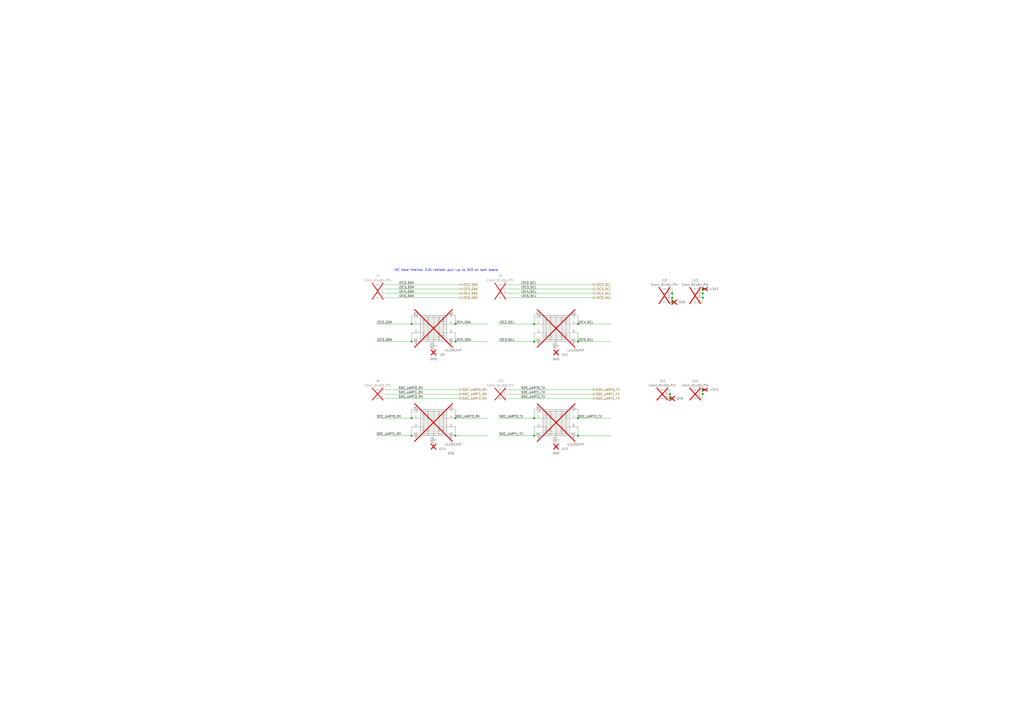
<source format=kicad_sch>
(kicad_sch
	(version 20231120)
	(generator "eeschema")
	(generator_version "8.0")
	(uuid "b979408b-7f58-457e-bb60-f62d55c26afe")
	(paper "A2")
	(title_block
		(title "Nano ITX Carrier for LattePanda Mu")
		(date "2024-09-01")
		(rev "V1.0.0")
		(comment 1 "20240901")
	)
	(lib_symbols
		(symbol "Connector:Conn_01x03_Pin"
			(pin_names
				(offset 1.016) hide)
			(exclude_from_sim no)
			(in_bom yes)
			(on_board yes)
			(property "Reference" "J"
				(at 0 5.08 0)
				(effects
					(font
						(size 1.27 1.27)
					)
				)
			)
			(property "Value" "Conn_01x03_Pin"
				(at 0 -5.08 0)
				(effects
					(font
						(size 1.27 1.27)
					)
				)
			)
			(property "Footprint" ""
				(at 0 0 0)
				(effects
					(font
						(size 1.27 1.27)
					)
					(hide yes)
				)
			)
			(property "Datasheet" "~"
				(at 0 0 0)
				(effects
					(font
						(size 1.27 1.27)
					)
					(hide yes)
				)
			)
			(property "Description" "Generic connector, single row, 01x03, script generated"
				(at 0 0 0)
				(effects
					(font
						(size 1.27 1.27)
					)
					(hide yes)
				)
			)
			(property "ki_locked" ""
				(at 0 0 0)
				(effects
					(font
						(size 1.27 1.27)
					)
				)
			)
			(property "ki_keywords" "connector"
				(at 0 0 0)
				(effects
					(font
						(size 1.27 1.27)
					)
					(hide yes)
				)
			)
			(property "ki_fp_filters" "Connector*:*_1x??_*"
				(at 0 0 0)
				(effects
					(font
						(size 1.27 1.27)
					)
					(hide yes)
				)
			)
			(symbol "Conn_01x03_Pin_1_1"
				(polyline
					(pts
						(xy 1.27 -2.54) (xy 0.8636 -2.54)
					)
					(stroke
						(width 0.1524)
						(type default)
					)
					(fill
						(type none)
					)
				)
				(polyline
					(pts
						(xy 1.27 0) (xy 0.8636 0)
					)
					(stroke
						(width 0.1524)
						(type default)
					)
					(fill
						(type none)
					)
				)
				(polyline
					(pts
						(xy 1.27 2.54) (xy 0.8636 2.54)
					)
					(stroke
						(width 0.1524)
						(type default)
					)
					(fill
						(type none)
					)
				)
				(rectangle
					(start 0.8636 -2.413)
					(end 0 -2.667)
					(stroke
						(width 0.1524)
						(type default)
					)
					(fill
						(type outline)
					)
				)
				(rectangle
					(start 0.8636 0.127)
					(end 0 -0.127)
					(stroke
						(width 0.1524)
						(type default)
					)
					(fill
						(type outline)
					)
				)
				(rectangle
					(start 0.8636 2.667)
					(end 0 2.413)
					(stroke
						(width 0.1524)
						(type default)
					)
					(fill
						(type outline)
					)
				)
				(pin passive line
					(at 5.08 2.54 180)
					(length 3.81)
					(name "Pin_1"
						(effects
							(font
								(size 1.27 1.27)
							)
						)
					)
					(number "1"
						(effects
							(font
								(size 1.27 1.27)
							)
						)
					)
				)
				(pin passive line
					(at 5.08 0 180)
					(length 3.81)
					(name "Pin_2"
						(effects
							(font
								(size 1.27 1.27)
							)
						)
					)
					(number "2"
						(effects
							(font
								(size 1.27 1.27)
							)
						)
					)
				)
				(pin passive line
					(at 5.08 -2.54 180)
					(length 3.81)
					(name "Pin_3"
						(effects
							(font
								(size 1.27 1.27)
							)
						)
					)
					(number "3"
						(effects
							(font
								(size 1.27 1.27)
							)
						)
					)
				)
			)
		)
		(symbol "Connector:Conn_01x04_Pin"
			(pin_names
				(offset 1.016) hide)
			(exclude_from_sim no)
			(in_bom yes)
			(on_board yes)
			(property "Reference" "J"
				(at 0 5.08 0)
				(effects
					(font
						(size 1.27 1.27)
					)
				)
			)
			(property "Value" "Conn_01x04_Pin"
				(at 0 -7.62 0)
				(effects
					(font
						(size 1.27 1.27)
					)
				)
			)
			(property "Footprint" ""
				(at 0 0 0)
				(effects
					(font
						(size 1.27 1.27)
					)
					(hide yes)
				)
			)
			(property "Datasheet" "~"
				(at 0 0 0)
				(effects
					(font
						(size 1.27 1.27)
					)
					(hide yes)
				)
			)
			(property "Description" "Generic connector, single row, 01x04, script generated"
				(at 0 0 0)
				(effects
					(font
						(size 1.27 1.27)
					)
					(hide yes)
				)
			)
			(property "ki_locked" ""
				(at 0 0 0)
				(effects
					(font
						(size 1.27 1.27)
					)
				)
			)
			(property "ki_keywords" "connector"
				(at 0 0 0)
				(effects
					(font
						(size 1.27 1.27)
					)
					(hide yes)
				)
			)
			(property "ki_fp_filters" "Connector*:*_1x??_*"
				(at 0 0 0)
				(effects
					(font
						(size 1.27 1.27)
					)
					(hide yes)
				)
			)
			(symbol "Conn_01x04_Pin_1_1"
				(polyline
					(pts
						(xy 1.27 -5.08) (xy 0.8636 -5.08)
					)
					(stroke
						(width 0.1524)
						(type default)
					)
					(fill
						(type none)
					)
				)
				(polyline
					(pts
						(xy 1.27 -2.54) (xy 0.8636 -2.54)
					)
					(stroke
						(width 0.1524)
						(type default)
					)
					(fill
						(type none)
					)
				)
				(polyline
					(pts
						(xy 1.27 0) (xy 0.8636 0)
					)
					(stroke
						(width 0.1524)
						(type default)
					)
					(fill
						(type none)
					)
				)
				(polyline
					(pts
						(xy 1.27 2.54) (xy 0.8636 2.54)
					)
					(stroke
						(width 0.1524)
						(type default)
					)
					(fill
						(type none)
					)
				)
				(rectangle
					(start 0.8636 -4.953)
					(end 0 -5.207)
					(stroke
						(width 0.1524)
						(type default)
					)
					(fill
						(type outline)
					)
				)
				(rectangle
					(start 0.8636 -2.413)
					(end 0 -2.667)
					(stroke
						(width 0.1524)
						(type default)
					)
					(fill
						(type outline)
					)
				)
				(rectangle
					(start 0.8636 0.127)
					(end 0 -0.127)
					(stroke
						(width 0.1524)
						(type default)
					)
					(fill
						(type outline)
					)
				)
				(rectangle
					(start 0.8636 2.667)
					(end 0 2.413)
					(stroke
						(width 0.1524)
						(type default)
					)
					(fill
						(type outline)
					)
				)
				(pin passive line
					(at 5.08 2.54 180)
					(length 3.81)
					(name "Pin_1"
						(effects
							(font
								(size 1.27 1.27)
							)
						)
					)
					(number "1"
						(effects
							(font
								(size 1.27 1.27)
							)
						)
					)
				)
				(pin passive line
					(at 5.08 0 180)
					(length 3.81)
					(name "Pin_2"
						(effects
							(font
								(size 1.27 1.27)
							)
						)
					)
					(number "2"
						(effects
							(font
								(size 1.27 1.27)
							)
						)
					)
				)
				(pin passive line
					(at 5.08 -2.54 180)
					(length 3.81)
					(name "Pin_3"
						(effects
							(font
								(size 1.27 1.27)
							)
						)
					)
					(number "3"
						(effects
							(font
								(size 1.27 1.27)
							)
						)
					)
				)
				(pin passive line
					(at 5.08 -5.08 180)
					(length 3.81)
					(name "Pin_4"
						(effects
							(font
								(size 1.27 1.27)
							)
						)
					)
					(number "4"
						(effects
							(font
								(size 1.27 1.27)
							)
						)
					)
				)
			)
		)
		(symbol "Power_Protection:D3V3XA4B10LP"
			(pin_names
				(offset 0)
			)
			(exclude_from_sim no)
			(in_bom yes)
			(on_board yes)
			(property "Reference" "U"
				(at -0.635 8.89 0)
				(effects
					(font
						(size 1.27 1.27)
					)
				)
			)
			(property "Value" "D3V3XA4B10LP"
				(at 8.89 -10.16 0)
				(effects
					(font
						(size 1.27 1.27)
					)
				)
			)
			(property "Footprint" "Package_DFN_QFN:Diodes_UDFN-10_1.0x2.5mm_P0.5mm"
				(at -24.13 -10.16 0)
				(effects
					(font
						(size 1.27 1.27)
					)
					(hide yes)
				)
			)
			(property "Datasheet" "https://www.diodes.com/assets/Datasheets/D3V3XA4B10LP.pdf"
				(at 0 0 0)
				(effects
					(font
						(size 1.27 1.27)
					)
					(hide yes)
				)
			)
			(property "Description" "4-Channel Low Capacitance TVS Diode Array, DFN-10"
				(at 0 0 0)
				(effects
					(font
						(size 1.27 1.27)
					)
					(hide yes)
				)
			)
			(property "ki_keywords" "ESD protection TVS"
				(at 0 0 0)
				(effects
					(font
						(size 1.27 1.27)
					)
					(hide yes)
				)
			)
			(property "ki_fp_filters" "Diodes*UDFN*1.0x2.5mm*P0.5mm*"
				(at 0 0 0)
				(effects
					(font
						(size 1.27 1.27)
					)
					(hide yes)
				)
			)
			(symbol "D3V3XA4B10LP_0_0"
				(rectangle
					(start -5.715 6.477)
					(end 5.715 -6.604)
					(stroke
						(width 0)
						(type default)
					)
					(fill
						(type none)
					)
				)
				(polyline
					(pts
						(xy -3.175 -6.604) (xy -3.175 6.477)
					)
					(stroke
						(width 0)
						(type default)
					)
					(fill
						(type none)
					)
				)
				(polyline
					(pts
						(xy 0.127 6.477) (xy 0.127 -6.604)
					)
					(stroke
						(width 0)
						(type default)
					)
					(fill
						(type none)
					)
				)
				(polyline
					(pts
						(xy 3.175 6.477) (xy 3.175 -6.604)
					)
					(stroke
						(width 0)
						(type default)
					)
					(fill
						(type none)
					)
				)
			)
			(symbol "D3V3XA4B10LP_0_1"
				(rectangle
					(start -7.62 7.62)
					(end 7.62 -7.62)
					(stroke
						(width 0.254)
						(type default)
					)
					(fill
						(type background)
					)
				)
				(circle
					(center -5.715 -2.54)
					(radius 0.2794)
					(stroke
						(width 0)
						(type default)
					)
					(fill
						(type outline)
					)
				)
				(circle
					(center -3.175 -6.604)
					(radius 0.2794)
					(stroke
						(width 0)
						(type default)
					)
					(fill
						(type outline)
					)
				)
				(circle
					(center -3.175 2.54)
					(radius 0.2794)
					(stroke
						(width 0)
						(type default)
					)
					(fill
						(type outline)
					)
				)
				(circle
					(center -3.175 6.477)
					(radius 0.2794)
					(stroke
						(width 0)
						(type default)
					)
					(fill
						(type outline)
					)
				)
				(circle
					(center 0 -6.604)
					(radius 0.2794)
					(stroke
						(width 0)
						(type default)
					)
					(fill
						(type outline)
					)
				)
				(polyline
					(pts
						(xy -7.747 2.54) (xy -3.175 2.54)
					)
					(stroke
						(width 0)
						(type default)
					)
					(fill
						(type none)
					)
				)
				(polyline
					(pts
						(xy -7.62 -2.54) (xy -5.715 -2.54)
					)
					(stroke
						(width 0)
						(type default)
					)
					(fill
						(type none)
					)
				)
				(polyline
					(pts
						(xy -5.08 -3.81) (xy -6.35 -3.81)
					)
					(stroke
						(width 0)
						(type default)
					)
					(fill
						(type none)
					)
				)
				(polyline
					(pts
						(xy -5.08 5.08) (xy -6.35 5.08)
					)
					(stroke
						(width 0)
						(type default)
					)
					(fill
						(type none)
					)
				)
				(polyline
					(pts
						(xy -2.54 -3.81) (xy -3.81 -3.81)
					)
					(stroke
						(width 0)
						(type default)
					)
					(fill
						(type none)
					)
				)
				(polyline
					(pts
						(xy -2.54 5.08) (xy -3.81 5.08)
					)
					(stroke
						(width 0)
						(type default)
					)
					(fill
						(type none)
					)
				)
				(polyline
					(pts
						(xy -0.508 0.889) (xy -0.889 0.635)
					)
					(stroke
						(width 0)
						(type default)
					)
					(fill
						(type none)
					)
				)
				(polyline
					(pts
						(xy 0 -6.604) (xy 0 -7.62)
					)
					(stroke
						(width 0)
						(type default)
					)
					(fill
						(type none)
					)
				)
				(polyline
					(pts
						(xy 0.762 0.889) (xy -0.508 0.889)
					)
					(stroke
						(width 0)
						(type default)
					)
					(fill
						(type none)
					)
				)
				(polyline
					(pts
						(xy 0.762 0.889) (xy 1.143 1.143)
					)
					(stroke
						(width 0)
						(type default)
					)
					(fill
						(type none)
					)
				)
				(polyline
					(pts
						(xy 3.81 -3.81) (xy 2.54 -3.81)
					)
					(stroke
						(width 0)
						(type default)
					)
					(fill
						(type none)
					)
				)
				(polyline
					(pts
						(xy 3.81 5.08) (xy 2.54 5.08)
					)
					(stroke
						(width 0)
						(type default)
					)
					(fill
						(type none)
					)
				)
				(polyline
					(pts
						(xy 6.35 -3.81) (xy 5.08 -3.81)
					)
					(stroke
						(width 0)
						(type default)
					)
					(fill
						(type none)
					)
				)
				(polyline
					(pts
						(xy 6.35 5.08) (xy 5.08 5.08)
					)
					(stroke
						(width 0)
						(type default)
					)
					(fill
						(type none)
					)
				)
				(polyline
					(pts
						(xy 7.62 -2.54) (xy 3.175 -2.54)
					)
					(stroke
						(width 0)
						(type default)
					)
					(fill
						(type none)
					)
				)
				(polyline
					(pts
						(xy 7.62 2.54) (xy 5.715 2.54)
					)
					(stroke
						(width 0)
						(type default)
					)
					(fill
						(type none)
					)
				)
				(polyline
					(pts
						(xy -5.08 -5.08) (xy -6.35 -5.08) (xy -5.715 -3.81) (xy -5.08 -5.08)
					)
					(stroke
						(width 0)
						(type default)
					)
					(fill
						(type none)
					)
				)
				(polyline
					(pts
						(xy -5.08 3.81) (xy -6.35 3.81) (xy -5.715 5.08) (xy -5.08 3.81)
					)
					(stroke
						(width 0)
						(type default)
					)
					(fill
						(type none)
					)
				)
				(polyline
					(pts
						(xy -2.54 -5.08) (xy -3.81 -5.08) (xy -3.175 -3.81) (xy -2.54 -5.08)
					)
					(stroke
						(width 0)
						(type default)
					)
					(fill
						(type none)
					)
				)
				(polyline
					(pts
						(xy -2.54 3.81) (xy -3.81 3.81) (xy -3.175 5.08) (xy -2.54 3.81)
					)
					(stroke
						(width 0)
						(type default)
					)
					(fill
						(type none)
					)
				)
				(polyline
					(pts
						(xy 0.762 -0.381) (xy -0.508 -0.381) (xy 0.127 0.889) (xy 0.762 -0.381)
					)
					(stroke
						(width 0)
						(type default)
					)
					(fill
						(type none)
					)
				)
				(polyline
					(pts
						(xy 3.81 -5.08) (xy 2.54 -5.08) (xy 3.175 -3.81) (xy 3.81 -5.08)
					)
					(stroke
						(width 0)
						(type default)
					)
					(fill
						(type none)
					)
				)
				(polyline
					(pts
						(xy 3.81 3.81) (xy 2.54 3.81) (xy 3.175 5.08) (xy 3.81 3.81)
					)
					(stroke
						(width 0)
						(type default)
					)
					(fill
						(type none)
					)
				)
				(polyline
					(pts
						(xy 6.35 -5.08) (xy 5.08 -5.08) (xy 5.715 -3.81) (xy 6.35 -5.08)
					)
					(stroke
						(width 0)
						(type default)
					)
					(fill
						(type none)
					)
				)
				(polyline
					(pts
						(xy 6.35 3.81) (xy 5.08 3.81) (xy 5.715 5.08) (xy 6.35 3.81)
					)
					(stroke
						(width 0)
						(type default)
					)
					(fill
						(type none)
					)
				)
				(circle
					(center 0 6.477)
					(radius 0.2794)
					(stroke
						(width 0)
						(type default)
					)
					(fill
						(type outline)
					)
				)
				(circle
					(center 3.175 -6.604)
					(radius 0.2794)
					(stroke
						(width 0)
						(type default)
					)
					(fill
						(type outline)
					)
				)
				(circle
					(center 3.175 -2.54)
					(radius 0.2794)
					(stroke
						(width 0)
						(type default)
					)
					(fill
						(type outline)
					)
				)
				(circle
					(center 3.175 6.477)
					(radius 0.2794)
					(stroke
						(width 0)
						(type default)
					)
					(fill
						(type outline)
					)
				)
				(circle
					(center 5.715 2.54)
					(radius 0.2794)
					(stroke
						(width 0)
						(type default)
					)
					(fill
						(type outline)
					)
				)
			)
			(symbol "D3V3XA4B10LP_1_1"
				(pin passive line
					(at -12.7 2.54 0)
					(length 5.08)
					(name "~"
						(effects
							(font
								(size 1.27 1.27)
							)
						)
					)
					(number "1"
						(effects
							(font
								(size 1.27 1.27)
							)
						)
					)
				)
				(pin free line
					(at -12.7 7.62 0)
					(length 5.08)
					(name "NC"
						(effects
							(font
								(size 1.27 1.27)
							)
						)
					)
					(number "10"
						(effects
							(font
								(size 1.27 1.27)
							)
						)
					)
				)
				(pin passive line
					(at -12.7 -2.54 0)
					(length 5.08)
					(name "~"
						(effects
							(font
								(size 1.27 1.27)
							)
						)
					)
					(number "2"
						(effects
							(font
								(size 1.27 1.27)
							)
						)
					)
				)
				(pin power_in line
					(at 0 -12.7 90)
					(length 5.08)
					(name "VSS"
						(effects
							(font
								(size 1.27 1.27)
							)
						)
					)
					(number "3"
						(effects
							(font
								(size 1.27 1.27)
							)
						)
					)
				)
				(pin passive line
					(at 12.7 2.54 180)
					(length 5.08)
					(name "~"
						(effects
							(font
								(size 1.27 1.27)
							)
						)
					)
					(number "4"
						(effects
							(font
								(size 1.27 1.27)
							)
						)
					)
				)
				(pin passive line
					(at 12.7 -2.54 180)
					(length 5.08)
					(name "~"
						(effects
							(font
								(size 1.27 1.27)
							)
						)
					)
					(number "5"
						(effects
							(font
								(size 1.27 1.27)
							)
						)
					)
				)
				(pin free line
					(at 12.7 -7.62 180)
					(length 5.08)
					(name "NC"
						(effects
							(font
								(size 1.27 1.27)
							)
						)
					)
					(number "6"
						(effects
							(font
								(size 1.27 1.27)
							)
						)
					)
				)
				(pin free line
					(at 12.7 7.62 180)
					(length 5.08)
					(name "NC"
						(effects
							(font
								(size 1.27 1.27)
							)
						)
					)
					(number "7"
						(effects
							(font
								(size 1.27 1.27)
							)
						)
					)
				)
				(pin passive line
					(at 0 -12.7 90)
					(length 5.08) hide
					(name "VSS"
						(effects
							(font
								(size 1.27 1.27)
							)
						)
					)
					(number "8"
						(effects
							(font
								(size 1.27 1.27)
							)
						)
					)
				)
				(pin free line
					(at -12.7 -7.62 0)
					(length 5.08)
					(name "NC"
						(effects
							(font
								(size 1.27 1.27)
							)
						)
					)
					(number "9"
						(effects
							(font
								(size 1.27 1.27)
							)
						)
					)
				)
			)
		)
		(symbol "power:+3V3"
			(power)
			(pin_numbers hide)
			(pin_names
				(offset 0) hide)
			(exclude_from_sim no)
			(in_bom yes)
			(on_board yes)
			(property "Reference" "#PWR"
				(at 0 -3.81 0)
				(effects
					(font
						(size 1.27 1.27)
					)
					(hide yes)
				)
			)
			(property "Value" "+3V3"
				(at 0 3.556 0)
				(effects
					(font
						(size 1.27 1.27)
					)
				)
			)
			(property "Footprint" ""
				(at 0 0 0)
				(effects
					(font
						(size 1.27 1.27)
					)
					(hide yes)
				)
			)
			(property "Datasheet" ""
				(at 0 0 0)
				(effects
					(font
						(size 1.27 1.27)
					)
					(hide yes)
				)
			)
			(property "Description" "Power symbol creates a global label with name \"+3V3\""
				(at 0 0 0)
				(effects
					(font
						(size 1.27 1.27)
					)
					(hide yes)
				)
			)
			(property "ki_keywords" "global power"
				(at 0 0 0)
				(effects
					(font
						(size 1.27 1.27)
					)
					(hide yes)
				)
			)
			(symbol "+3V3_0_1"
				(polyline
					(pts
						(xy -0.762 1.27) (xy 0 2.54)
					)
					(stroke
						(width 0)
						(type default)
					)
					(fill
						(type none)
					)
				)
				(polyline
					(pts
						(xy 0 0) (xy 0 2.54)
					)
					(stroke
						(width 0)
						(type default)
					)
					(fill
						(type none)
					)
				)
				(polyline
					(pts
						(xy 0 2.54) (xy 0.762 1.27)
					)
					(stroke
						(width 0)
						(type default)
					)
					(fill
						(type none)
					)
				)
			)
			(symbol "+3V3_1_1"
				(pin power_in line
					(at 0 0 90)
					(length 0)
					(name "~"
						(effects
							(font
								(size 1.27 1.27)
							)
						)
					)
					(number "1"
						(effects
							(font
								(size 1.27 1.27)
							)
						)
					)
				)
			)
		)
		(symbol "power:GND"
			(power)
			(pin_numbers hide)
			(pin_names
				(offset 0) hide)
			(exclude_from_sim no)
			(in_bom yes)
			(on_board yes)
			(property "Reference" "#PWR"
				(at 0 -6.35 0)
				(effects
					(font
						(size 1.27 1.27)
					)
					(hide yes)
				)
			)
			(property "Value" "GND"
				(at 0 -3.81 0)
				(effects
					(font
						(size 1.27 1.27)
					)
				)
			)
			(property "Footprint" ""
				(at 0 0 0)
				(effects
					(font
						(size 1.27 1.27)
					)
					(hide yes)
				)
			)
			(property "Datasheet" ""
				(at 0 0 0)
				(effects
					(font
						(size 1.27 1.27)
					)
					(hide yes)
				)
			)
			(property "Description" "Power symbol creates a global label with name \"GND\" , ground"
				(at 0 0 0)
				(effects
					(font
						(size 1.27 1.27)
					)
					(hide yes)
				)
			)
			(property "ki_keywords" "global power"
				(at 0 0 0)
				(effects
					(font
						(size 1.27 1.27)
					)
					(hide yes)
				)
			)
			(symbol "GND_0_1"
				(polyline
					(pts
						(xy 0 0) (xy 0 -1.27) (xy 1.27 -1.27) (xy 0 -2.54) (xy -1.27 -1.27) (xy 0 -1.27)
					)
					(stroke
						(width 0)
						(type default)
					)
					(fill
						(type none)
					)
				)
			)
			(symbol "GND_1_1"
				(pin power_in line
					(at 0 0 270)
					(length 0)
					(name "~"
						(effects
							(font
								(size 1.27 1.27)
							)
						)
					)
					(number "1"
						(effects
							(font
								(size 1.27 1.27)
							)
						)
					)
				)
			)
		)
	)
	(junction
		(at 264.16 242.57)
		(diameter 0)
		(color 0 0 0 0)
		(uuid "19217218-dafc-48ef-b3c4-008cba6e950e")
	)
	(junction
		(at 389.89 175.26)
		(diameter 0)
		(color 0 0 0 0)
		(uuid "22ffc690-c5c5-4de1-a8bd-48d262970369")
	)
	(junction
		(at 389.89 172.72)
		(diameter 0)
		(color 0 0 0 0)
		(uuid "250bc96a-9552-4e31-9036-35a781bb5024")
	)
	(junction
		(at 238.76 242.57)
		(diameter 0)
		(color 0 0 0 0)
		(uuid "342fefb3-d1e7-41f4-a8f9-828507c4a0b5")
	)
	(junction
		(at 309.88 252.73)
		(diameter 0)
		(color 0 0 0 0)
		(uuid "41f5b308-bab2-4775-bcdc-465ddf825a60")
	)
	(junction
		(at 407.67 172.72)
		(diameter 0)
		(color 0 0 0 0)
		(uuid "43e8d4de-a8db-4ca9-be96-6f3e9c00225d")
	)
	(junction
		(at 309.88 242.57)
		(diameter 0)
		(color 0 0 0 0)
		(uuid "68d64812-f0ac-4db5-b69c-9f6b139dc475")
	)
	(junction
		(at 238.76 198.12)
		(diameter 0)
		(color 0 0 0 0)
		(uuid "6f2810cd-fc8d-43f5-9c03-502d2611fd17")
	)
	(junction
		(at 388.62 231.14)
		(diameter 0)
		(color 0 0 0 0)
		(uuid "6fd821cf-14c4-4b3e-b787-adc656c5341f")
	)
	(junction
		(at 264.16 252.73)
		(diameter 0)
		(color 0 0 0 0)
		(uuid "783249bc-8ee1-496d-9fe5-01084684be95")
	)
	(junction
		(at 407.67 228.6)
		(diameter 0)
		(color 0 0 0 0)
		(uuid "8dc4c359-3776-435d-9ae4-33d9fa82a4d6")
	)
	(junction
		(at 264.16 187.96)
		(diameter 0)
		(color 0 0 0 0)
		(uuid "999e2190-95db-4a4a-b548-d5efafe8eb17")
	)
	(junction
		(at 309.88 187.96)
		(diameter 0)
		(color 0 0 0 0)
		(uuid "9ab0c338-fffe-412f-b368-ddacedf05c31")
	)
	(junction
		(at 407.67 167.64)
		(diameter 0)
		(color 0 0 0 0)
		(uuid "9b151de1-1303-40af-bdae-c4362c388609")
	)
	(junction
		(at 335.28 187.96)
		(diameter 0)
		(color 0 0 0 0)
		(uuid "9caa1403-b980-469d-aeae-d0e67857c902")
	)
	(junction
		(at 407.67 226.06)
		(diameter 0)
		(color 0 0 0 0)
		(uuid "a4163348-4180-499a-afaa-3815b83e3bf4")
	)
	(junction
		(at 335.28 198.12)
		(diameter 0)
		(color 0 0 0 0)
		(uuid "b873675b-cf80-4f36-a000-350854887e94")
	)
	(junction
		(at 388.62 228.6)
		(diameter 0)
		(color 0 0 0 0)
		(uuid "de6e1431-db65-4adb-a70e-a8b93c353ca9")
	)
	(junction
		(at 335.28 242.57)
		(diameter 0)
		(color 0 0 0 0)
		(uuid "e6e06ed5-64bd-4db0-b8dc-b3689536c804")
	)
	(junction
		(at 389.89 170.18)
		(diameter 0)
		(color 0 0 0 0)
		(uuid "e8a9f7c1-c6b7-4392-a0b1-6862d0316f2c")
	)
	(junction
		(at 264.16 198.12)
		(diameter 0)
		(color 0 0 0 0)
		(uuid "e9c7ffd0-453a-4aa8-b154-b7495b12eab2")
	)
	(junction
		(at 309.88 198.12)
		(diameter 0)
		(color 0 0 0 0)
		(uuid "ea4ed8dd-aa35-4583-b81a-8c7de43ddad7")
	)
	(junction
		(at 407.67 170.18)
		(diameter 0)
		(color 0 0 0 0)
		(uuid "ecf28ce0-92ab-4e44-856a-ecf8acda693f")
	)
	(junction
		(at 238.76 187.96)
		(diameter 0)
		(color 0 0 0 0)
		(uuid "ee284916-f6e5-4742-a33a-90e837c4a75e")
	)
	(junction
		(at 238.76 252.73)
		(diameter 0)
		(color 0 0 0 0)
		(uuid "f211e058-7633-4bd7-8329-4e57d1b5c313")
	)
	(junction
		(at 335.28 252.73)
		(diameter 0)
		(color 0 0 0 0)
		(uuid "f795646d-3001-4270-a322-9a4cb0a19533")
	)
	(wire
		(pts
			(xy 389.89 170.18) (xy 389.89 172.72)
		)
		(stroke
			(width 0)
			(type default)
		)
		(uuid "00d76760-47b6-4830-bd0c-0c5981135700")
	)
	(wire
		(pts
			(xy 264.16 237.49) (xy 264.16 242.57)
		)
		(stroke
			(width 0)
			(type default)
		)
		(uuid "01be093a-9d80-4634-a902-f0035ba2ffc8")
	)
	(wire
		(pts
			(xy 407.67 172.72) (xy 407.67 175.26)
		)
		(stroke
			(width 0)
			(type default)
		)
		(uuid "0294de15-ee26-4ba5-8bed-46880ea2d112")
	)
	(wire
		(pts
			(xy 335.28 187.96) (xy 354.33 187.96)
		)
		(stroke
			(width 0)
			(type default)
		)
		(uuid "074fded9-6fab-4610-a89c-7a6b1680f276")
	)
	(wire
		(pts
			(xy 389.89 172.72) (xy 389.89 175.26)
		)
		(stroke
			(width 0)
			(type default)
		)
		(uuid "0802eb85-c2da-4a62-a757-caccdde7524f")
	)
	(wire
		(pts
			(xy 218.44 187.96) (xy 238.76 187.96)
		)
		(stroke
			(width 0)
			(type default)
		)
		(uuid "0a08cd63-2aee-4630-ac9a-475c2360ad19")
	)
	(wire
		(pts
			(xy 309.88 193.04) (xy 309.88 198.12)
		)
		(stroke
			(width 0)
			(type default)
		)
		(uuid "0e89ea44-0a96-4a0f-b066-3d6d397ffff2")
	)
	(wire
		(pts
			(xy 264.16 198.12) (xy 283.21 198.12)
		)
		(stroke
			(width 0)
			(type default)
		)
		(uuid "0f18e786-3448-45b3-8f04-4770a8e95448")
	)
	(wire
		(pts
			(xy 407.67 167.64) (xy 407.67 170.18)
		)
		(stroke
			(width 0)
			(type default)
		)
		(uuid "169ba7a0-4e57-4c13-9703-a9ab98b84f90")
	)
	(wire
		(pts
			(xy 264.16 193.04) (xy 264.16 198.12)
		)
		(stroke
			(width 0)
			(type default)
		)
		(uuid "19902883-a4c3-4a55-881a-9161f6bdfd84")
	)
	(wire
		(pts
			(xy 388.62 228.6) (xy 388.62 226.06)
		)
		(stroke
			(width 0)
			(type default)
		)
		(uuid "1a76ec3a-1a9b-4cd6-a43b-13c814769104")
	)
	(wire
		(pts
			(xy 407.67 226.06) (xy 407.67 228.6)
		)
		(stroke
			(width 0)
			(type default)
		)
		(uuid "21ec7151-7233-427e-9af5-2a61eed47130")
	)
	(wire
		(pts
			(xy 344.17 172.72) (xy 294.64 172.72)
		)
		(stroke
			(width 0)
			(type default)
		)
		(uuid "2986c8c5-1764-4afe-bd36-c71cd542b3aa")
	)
	(wire
		(pts
			(xy 264.16 247.65) (xy 264.16 252.73)
		)
		(stroke
			(width 0)
			(type default)
		)
		(uuid "309650ad-a8a8-4179-89ab-6c410421d18b")
	)
	(wire
		(pts
			(xy 223.52 226.06) (xy 266.7 226.06)
		)
		(stroke
			(width 0)
			(type default)
		)
		(uuid "32f0c088-5bda-43f1-ab78-5c0d5e878b18")
	)
	(wire
		(pts
			(xy 289.56 242.57) (xy 309.88 242.57)
		)
		(stroke
			(width 0)
			(type default)
		)
		(uuid "3458cb8a-74d0-4a59-8b1b-5fbf82f002f9")
	)
	(wire
		(pts
			(xy 335.28 242.57) (xy 354.33 242.57)
		)
		(stroke
			(width 0)
			(type default)
		)
		(uuid "36bce176-97c6-414e-8a40-cea8ebdd59d8")
	)
	(wire
		(pts
			(xy 335.28 193.04) (xy 335.28 198.12)
		)
		(stroke
			(width 0)
			(type default)
		)
		(uuid "3ecbecf0-ae0c-4470-811b-6a15352f176f")
	)
	(wire
		(pts
			(xy 344.17 165.1) (xy 294.64 165.1)
		)
		(stroke
			(width 0)
			(type default)
		)
		(uuid "4018442c-eb06-42e8-89ab-abf0b43b07f4")
	)
	(wire
		(pts
			(xy 344.17 170.18) (xy 294.64 170.18)
		)
		(stroke
			(width 0)
			(type default)
		)
		(uuid "426b5e99-a258-4489-b86b-6bcc9f869ec5")
	)
	(wire
		(pts
			(xy 344.17 167.64) (xy 294.64 167.64)
		)
		(stroke
			(width 0)
			(type default)
		)
		(uuid "47a0a533-96a3-4c76-b416-486d9cb83c97")
	)
	(wire
		(pts
			(xy 294.64 231.14) (xy 344.17 231.14)
		)
		(stroke
			(width 0)
			(type default)
		)
		(uuid "48640a57-a7c2-465a-8837-262fb83249cc")
	)
	(wire
		(pts
			(xy 264.16 252.73) (xy 283.21 252.73)
		)
		(stroke
			(width 0)
			(type default)
		)
		(uuid "4ad0fd8b-b38e-420e-8815-a51a168d1fff")
	)
	(wire
		(pts
			(xy 389.89 167.64) (xy 389.89 170.18)
		)
		(stroke
			(width 0)
			(type default)
		)
		(uuid "510539ef-c7a0-493f-96ce-1e6e6b421bea")
	)
	(wire
		(pts
			(xy 223.52 167.64) (xy 266.7 167.64)
		)
		(stroke
			(width 0)
			(type default)
		)
		(uuid "57c16f9f-7396-4332-9aeb-1a6a6eafba8f")
	)
	(wire
		(pts
			(xy 407.67 170.18) (xy 407.67 172.72)
		)
		(stroke
			(width 0)
			(type default)
		)
		(uuid "5b9b13f3-67b7-4ef0-b871-a3a4e7e1526e")
	)
	(wire
		(pts
			(xy 264.16 182.88) (xy 264.16 187.96)
		)
		(stroke
			(width 0)
			(type default)
		)
		(uuid "5e64e3f4-3adf-46ce-b09a-365217d50936")
	)
	(wire
		(pts
			(xy 218.44 242.57) (xy 238.76 242.57)
		)
		(stroke
			(width 0)
			(type default)
		)
		(uuid "5f6d4b8f-e77b-4238-9807-86da2ba22b79")
	)
	(wire
		(pts
			(xy 294.64 226.06) (xy 344.17 226.06)
		)
		(stroke
			(width 0)
			(type default)
		)
		(uuid "60bec759-0886-4303-943b-e836db8b22aa")
	)
	(wire
		(pts
			(xy 289.56 187.96) (xy 309.88 187.96)
		)
		(stroke
			(width 0)
			(type default)
		)
		(uuid "645fbdf3-996b-4559-9350-2c7810adfd8b")
	)
	(wire
		(pts
			(xy 223.52 170.18) (xy 266.7 170.18)
		)
		(stroke
			(width 0)
			(type default)
		)
		(uuid "6f568828-1680-4aee-a7e4-1b29ccec110c")
	)
	(wire
		(pts
			(xy 335.28 182.88) (xy 335.28 187.96)
		)
		(stroke
			(width 0)
			(type default)
		)
		(uuid "71ad11fb-a38b-4067-9b20-9fdf59deee42")
	)
	(wire
		(pts
			(xy 309.88 237.49) (xy 309.88 242.57)
		)
		(stroke
			(width 0)
			(type default)
		)
		(uuid "721c83a0-8413-4cf3-8dbc-1697f59a7c6b")
	)
	(wire
		(pts
			(xy 264.16 187.96) (xy 283.21 187.96)
		)
		(stroke
			(width 0)
			(type default)
		)
		(uuid "73699f3f-bf9e-45ce-8e8a-dc658e77393d")
	)
	(wire
		(pts
			(xy 218.44 198.12) (xy 238.76 198.12)
		)
		(stroke
			(width 0)
			(type default)
		)
		(uuid "74c1ac8a-2996-41d8-ba9b-13123972f41e")
	)
	(wire
		(pts
			(xy 266.7 228.6) (xy 223.52 228.6)
		)
		(stroke
			(width 0)
			(type default)
		)
		(uuid "8d05ce8e-5928-4dbf-95e1-62e91702f460")
	)
	(wire
		(pts
			(xy 238.76 237.49) (xy 238.76 242.57)
		)
		(stroke
			(width 0)
			(type default)
		)
		(uuid "8d3c76f0-4696-4b91-a8ce-61d0adbefcfa")
	)
	(wire
		(pts
			(xy 238.76 247.65) (xy 238.76 252.73)
		)
		(stroke
			(width 0)
			(type default)
		)
		(uuid "922bfc64-adef-4d4f-b019-cc7a246e8f9c")
	)
	(wire
		(pts
			(xy 335.28 237.49) (xy 335.28 242.57)
		)
		(stroke
			(width 0)
			(type default)
		)
		(uuid "934d65a2-be95-4e23-921f-f266086deb18")
	)
	(wire
		(pts
			(xy 218.44 252.73) (xy 238.76 252.73)
		)
		(stroke
			(width 0)
			(type default)
		)
		(uuid "a08b0b61-ae9d-4f1f-8161-5c8359391c41")
	)
	(wire
		(pts
			(xy 238.76 182.88) (xy 238.76 187.96)
		)
		(stroke
			(width 0)
			(type default)
		)
		(uuid "a26bba0e-0eae-4816-a00e-5b27633355b1")
	)
	(wire
		(pts
			(xy 294.64 228.6) (xy 344.17 228.6)
		)
		(stroke
			(width 0)
			(type default)
		)
		(uuid "a7e9d2e0-718b-46ff-9f32-0eaae7d025a2")
	)
	(wire
		(pts
			(xy 388.62 231.14) (xy 388.62 228.6)
		)
		(stroke
			(width 0)
			(type default)
		)
		(uuid "ac2a7636-89cd-49ea-8615-1f99b6d37a67")
	)
	(wire
		(pts
			(xy 335.28 247.65) (xy 335.28 252.73)
		)
		(stroke
			(width 0)
			(type default)
		)
		(uuid "adee30cb-8fa4-4df9-b482-c61b9d106bb3")
	)
	(wire
		(pts
			(xy 223.52 172.72) (xy 266.7 172.72)
		)
		(stroke
			(width 0)
			(type default)
		)
		(uuid "b15c4265-2ead-4ea1-920c-96c53072e0d8")
	)
	(wire
		(pts
			(xy 309.88 182.88) (xy 309.88 187.96)
		)
		(stroke
			(width 0)
			(type default)
		)
		(uuid "b5502d57-4c1c-4aa4-99d4-2d63a9f6d6e4")
	)
	(wire
		(pts
			(xy 264.16 242.57) (xy 283.21 242.57)
		)
		(stroke
			(width 0)
			(type default)
		)
		(uuid "b9e6e087-5244-410b-ba7e-d7a927d91bc7")
	)
	(wire
		(pts
			(xy 238.76 193.04) (xy 238.76 198.12)
		)
		(stroke
			(width 0)
			(type default)
		)
		(uuid "c18e7fce-57f1-4541-ad00-7c926bf01cd0")
	)
	(wire
		(pts
			(xy 289.56 198.12) (xy 309.88 198.12)
		)
		(stroke
			(width 0)
			(type default)
		)
		(uuid "c41ad589-399e-49e5-8422-8c1655d012a2")
	)
	(wire
		(pts
			(xy 407.67 228.6) (xy 407.67 231.14)
		)
		(stroke
			(width 0)
			(type default)
		)
		(uuid "ccb3cbdf-a509-4d5c-84a7-4ebd5c3cb973")
	)
	(wire
		(pts
			(xy 335.28 252.73) (xy 354.33 252.73)
		)
		(stroke
			(width 0)
			(type default)
		)
		(uuid "cec9b2aa-84d1-41e5-a573-1896e727ffc3")
	)
	(wire
		(pts
			(xy 309.88 247.65) (xy 309.88 252.73)
		)
		(stroke
			(width 0)
			(type default)
		)
		(uuid "d2e866dc-85c0-4564-8b82-39274633ba45")
	)
	(wire
		(pts
			(xy 223.52 165.1) (xy 266.7 165.1)
		)
		(stroke
			(width 0)
			(type default)
		)
		(uuid "d4fb8bdc-c0fd-4b18-b831-a6dc13fe6508")
	)
	(wire
		(pts
			(xy 289.56 252.73) (xy 309.88 252.73)
		)
		(stroke
			(width 0)
			(type default)
		)
		(uuid "db032642-341b-4121-9402-1378c20617e7")
	)
	(wire
		(pts
			(xy 335.28 198.12) (xy 354.33 198.12)
		)
		(stroke
			(width 0)
			(type default)
		)
		(uuid "eeede635-8fd4-4b75-b0e3-756644d3ed4a")
	)
	(wire
		(pts
			(xy 223.52 231.14) (xy 266.7 231.14)
		)
		(stroke
			(width 0)
			(type default)
		)
		(uuid "f17c0a3a-7222-49c2-940c-41e22ed4e048")
	)
	(text "I2C have internal 2.2k resistor pull-up to 3V3 on som board\n"
		(exclude_from_sim no)
		(at 228.6 157.48 0)
		(effects
			(font
				(size 1.27 1.27)
			)
			(justify left bottom)
		)
		(uuid "7b9a1e1d-51dc-44a9-97cc-dcb0ac77025c")
	)
	(label "I2C4_SDA"
		(at 264.16 187.96 0)
		(fields_autoplaced yes)
		(effects
			(font
				(size 1.27 1.27)
			)
			(justify left bottom)
		)
		(uuid "0d16f729-1845-4baa-a341-53b9ace4ce52")
	)
	(label "I2C5_SDA"
		(at 264.16 198.12 0)
		(fields_autoplaced yes)
		(effects
			(font
				(size 1.27 1.27)
			)
			(justify left bottom)
		)
		(uuid "1829f528-f3f5-46a2-8f26-c8bbf3c84d66")
	)
	(label "I2C4_SCL"
		(at 335.28 187.96 0)
		(fields_autoplaced yes)
		(effects
			(font
				(size 1.27 1.27)
			)
			(justify left bottom)
		)
		(uuid "23f4f2c4-822a-49f5-b5e1-14c605285691")
	)
	(label "SOC_UART0_TX"
		(at 302.26 226.06 0)
		(fields_autoplaced yes)
		(effects
			(font
				(size 1.27 1.27)
			)
			(justify left bottom)
		)
		(uuid "2d40a161-1896-4110-b8c2-3bda0f8e91ac")
	)
	(label "I2C3_SDA"
		(at 231.14 167.64 0)
		(fields_autoplaced yes)
		(effects
			(font
				(size 1.27 1.27)
			)
			(justify left bottom)
		)
		(uuid "2feb98ea-4ffa-4d7d-bcc8-08b8952e06d4")
	)
	(label "I2C3_SCL"
		(at 302.26 167.64 0)
		(fields_autoplaced yes)
		(effects
			(font
				(size 1.27 1.27)
			)
			(justify left bottom)
		)
		(uuid "41f71bcd-34c5-479b-9eb9-385e0a01c51d")
	)
	(label "SOC_UART1_TX"
		(at 302.26 228.6 0)
		(fields_autoplaced yes)
		(effects
			(font
				(size 1.27 1.27)
			)
			(justify left bottom)
		)
		(uuid "4cad7e42-6ffb-4ed1-ae18-8c5308712009")
	)
	(label "SOC_UART2_RX"
		(at 231.14 231.14 0)
		(fields_autoplaced yes)
		(effects
			(font
				(size 1.27 1.27)
			)
			(justify left bottom)
		)
		(uuid "532e7655-3b65-47d1-ab9e-1720628593a9")
	)
	(label "I2C2_SDA"
		(at 218.44 187.96 0)
		(fields_autoplaced yes)
		(effects
			(font
				(size 1.27 1.27)
			)
			(justify left bottom)
		)
		(uuid "59c0f5cc-7b57-46e3-91a4-2109b7a2cfb0")
	)
	(label "I2C4_SDA"
		(at 231.14 170.18 0)
		(fields_autoplaced yes)
		(effects
			(font
				(size 1.27 1.27)
			)
			(justify left bottom)
		)
		(uuid "59cda275-424d-4cdb-ab2e-d8b2023d80b8")
	)
	(label "I2C5_SCL"
		(at 335.28 198.12 0)
		(fields_autoplaced yes)
		(effects
			(font
				(size 1.27 1.27)
			)
			(justify left bottom)
		)
		(uuid "5e867175-aa38-48a2-8932-f8bca8a7c0ec")
	)
	(label "I2C5_SDA"
		(at 231.14 172.72 0)
		(fields_autoplaced yes)
		(effects
			(font
				(size 1.27 1.27)
			)
			(justify left bottom)
		)
		(uuid "652db838-8d52-46d0-8a30-6c1c7423b34b")
	)
	(label "SOC_UART0_TX"
		(at 289.56 242.57 0)
		(fields_autoplaced yes)
		(effects
			(font
				(size 1.27 1.27)
			)
			(justify left bottom)
		)
		(uuid "6543ca28-a8d9-4775-a209-56e07afd681d")
	)
	(label "SOC_UART1_RX"
		(at 218.44 252.73 0)
		(fields_autoplaced yes)
		(effects
			(font
				(size 1.27 1.27)
			)
			(justify left bottom)
		)
		(uuid "6942c5ae-752a-4144-9982-da988f6b982b")
	)
	(label "SOC_UART1_TX"
		(at 289.56 252.73 0)
		(fields_autoplaced yes)
		(effects
			(font
				(size 1.27 1.27)
			)
			(justify left bottom)
		)
		(uuid "6e702f43-92eb-4cac-a7b3-5018d3da8a8d")
	)
	(label "I2C4_SCL"
		(at 302.26 170.18 0)
		(fields_autoplaced yes)
		(effects
			(font
				(size 1.27 1.27)
			)
			(justify left bottom)
		)
		(uuid "7b2805ba-c380-40c2-98e7-e55be5fae56d")
	)
	(label "I2C5_SCL"
		(at 302.26 172.72 0)
		(fields_autoplaced yes)
		(effects
			(font
				(size 1.27 1.27)
			)
			(justify left bottom)
		)
		(uuid "8045b625-68f4-4f1b-927b-5e607b512672")
	)
	(label "SOC_UART0_RX"
		(at 218.44 242.57 0)
		(fields_autoplaced yes)
		(effects
			(font
				(size 1.27 1.27)
			)
			(justify left bottom)
		)
		(uuid "a60bbfef-ad1b-4506-b6ec-331e4e9b637b")
	)
	(label "SOC_UART0_RX"
		(at 231.14 226.06 0)
		(fields_autoplaced yes)
		(effects
			(font
				(size 1.27 1.27)
			)
			(justify left bottom)
		)
		(uuid "ab8ef3f5-0c45-4369-bf22-ee921a25c769")
	)
	(label "SOC_UART2_TX"
		(at 302.26 231.14 0)
		(fields_autoplaced yes)
		(effects
			(font
				(size 1.27 1.27)
			)
			(justify left bottom)
		)
		(uuid "bc607e32-22ad-4fdb-952b-3010ba26077d")
	)
	(label "I2C2_SDA"
		(at 231.14 165.1 0)
		(fields_autoplaced yes)
		(effects
			(font
				(size 1.27 1.27)
			)
			(justify left bottom)
		)
		(uuid "be8a3b73-4bbd-462d-8575-208135a46528")
	)
	(label "I2C2_SCL"
		(at 302.26 165.1 0)
		(fields_autoplaced yes)
		(effects
			(font
				(size 1.27 1.27)
			)
			(justify left bottom)
		)
		(uuid "bf1d7fb9-649a-479c-af02-9634ed70b08d")
	)
	(label "SOC_UART1_RX"
		(at 231.14 228.6 0)
		(fields_autoplaced yes)
		(effects
			(font
				(size 1.27 1.27)
			)
			(justify left bottom)
		)
		(uuid "c05f3597-800f-412d-9778-d4718e35fea6")
	)
	(label "SOC_UART2_RX"
		(at 264.16 242.57 0)
		(fields_autoplaced yes)
		(effects
			(font
				(size 1.27 1.27)
			)
			(justify left bottom)
		)
		(uuid "c746b3d2-1389-412b-94c7-13f89fab555f")
	)
	(label "I2C3_SCL"
		(at 289.56 198.12 0)
		(fields_autoplaced yes)
		(effects
			(font
				(size 1.27 1.27)
			)
			(justify left bottom)
		)
		(uuid "d176bf10-bbef-4da8-851f-ffa5e325819c")
	)
	(label "SOC_UART2_TX"
		(at 335.28 242.57 0)
		(fields_autoplaced yes)
		(effects
			(font
				(size 1.27 1.27)
			)
			(justify left bottom)
		)
		(uuid "d6893b4b-8dce-4314-92b2-018e80446a4d")
	)
	(label "I2C2_SCL"
		(at 289.56 187.96 0)
		(fields_autoplaced yes)
		(effects
			(font
				(size 1.27 1.27)
			)
			(justify left bottom)
		)
		(uuid "e127a3b4-2957-4669-9b36-9665db9e84a7")
	)
	(label "I2C3_SDA"
		(at 218.44 198.12 0)
		(fields_autoplaced yes)
		(effects
			(font
				(size 1.27 1.27)
			)
			(justify left bottom)
		)
		(uuid "e1941091-6a3f-4e73-8664-dc99d5a3d9a8")
	)
	(hierarchical_label "SOC_UART0_TX"
		(shape output)
		(at 344.17 226.06 0)
		(fields_autoplaced yes)
		(effects
			(font
				(size 1.27 1.27)
			)
			(justify left)
		)
		(uuid "00eb297b-824a-4d94-9daa-cb50bd9ff82a")
	)
	(hierarchical_label "SOC_UART1_RX"
		(shape output)
		(at 266.7 228.6 0)
		(fields_autoplaced yes)
		(effects
			(font
				(size 1.27 1.27)
			)
			(justify left)
		)
		(uuid "0df4739d-9ab4-481c-a562-4b8998a76c79")
	)
	(hierarchical_label "I2C4_SCL"
		(shape output)
		(at 344.17 170.18 0)
		(fields_autoplaced yes)
		(effects
			(font
				(size 1.27 1.27)
			)
			(justify left)
		)
		(uuid "2404de2f-1714-44ff-bac7-d655eeaa2818")
	)
	(hierarchical_label "I2C4_SDA"
		(shape bidirectional)
		(at 266.7 170.18 0)
		(fields_autoplaced yes)
		(effects
			(font
				(size 1.27 1.27)
			)
			(justify left)
		)
		(uuid "2d067cc5-45bd-45ea-ace9-cf5549a561b7")
	)
	(hierarchical_label "SOC_UART2_TX"
		(shape output)
		(at 344.17 231.14 0)
		(fields_autoplaced yes)
		(effects
			(font
				(size 1.27 1.27)
			)
			(justify left)
		)
		(uuid "343f70fd-b22f-47f3-ac08-9d2f5e856e70")
	)
	(hierarchical_label "SOC_UART0_RX"
		(shape output)
		(at 266.7 226.06 0)
		(fields_autoplaced yes)
		(effects
			(font
				(size 1.27 1.27)
			)
			(justify left)
		)
		(uuid "42eeecd6-7ce0-4da2-8d98-bf05ecdf9339")
	)
	(hierarchical_label "I2C2_SDA"
		(shape bidirectional)
		(at 266.7 165.1 0)
		(fields_autoplaced yes)
		(effects
			(font
				(size 1.27 1.27)
			)
			(justify left)
		)
		(uuid "45c02dd9-91a2-4369-835e-2e938a0f7a3f")
	)
	(hierarchical_label "I2C2_SCL"
		(shape output)
		(at 344.17 165.1 0)
		(fields_autoplaced yes)
		(effects
			(font
				(size 1.27 1.27)
			)
			(justify left)
		)
		(uuid "5a577bdb-5665-4b2b-9abd-977e3143b40e")
	)
	(hierarchical_label "I2C5_SCL"
		(shape output)
		(at 344.17 172.72 0)
		(fields_autoplaced yes)
		(effects
			(font
				(size 1.27 1.27)
			)
			(justify left)
		)
		(uuid "934a8d8a-e5ed-498f-8dac-2fb14cf8a573")
	)
	(hierarchical_label "I2C3_SDA"
		(shape bidirectional)
		(at 266.7 167.64 0)
		(fields_autoplaced yes)
		(effects
			(font
				(size 1.27 1.27)
			)
			(justify left)
		)
		(uuid "9d45141f-d21b-4b82-b249-76751de04395")
	)
	(hierarchical_label "SOC_UART1_TX"
		(shape output)
		(at 344.17 228.6 0)
		(fields_autoplaced yes)
		(effects
			(font
				(size 1.27 1.27)
			)
			(justify left)
		)
		(uuid "a1f8bd12-403a-444d-a6ec-afa77a1e951a")
	)
	(hierarchical_label "I2C3_SCL"
		(shape output)
		(at 344.17 167.64 0)
		(fields_autoplaced yes)
		(effects
			(font
				(size 1.27 1.27)
			)
			(justify left)
		)
		(uuid "d3c456bc-0be7-4407-bbe2-39e4b049cf72")
	)
	(hierarchical_label "SOC_UART2_RX"
		(shape output)
		(at 266.7 231.14 0)
		(fields_autoplaced yes)
		(effects
			(font
				(size 1.27 1.27)
			)
			(justify left)
		)
		(uuid "edbefc6d-d257-4b49-aa39-41b3c3116f3d")
	)
	(hierarchical_label "I2C5_SDA"
		(shape bidirectional)
		(at 266.7 172.72 0)
		(fields_autoplaced yes)
		(effects
			(font
				(size 1.27 1.27)
			)
			(justify left)
		)
		(uuid "f52ffd2b-a7d4-4e62-b444-538c60c42140")
	)
	(symbol
		(lib_id "power:+3V3")
		(at 407.67 226.06 270)
		(unit 1)
		(exclude_from_sim no)
		(in_bom no)
		(on_board no)
		(dnp yes)
		(fields_autoplaced yes)
		(uuid "1ee647d7-46b4-4f6d-aefc-31c0838b2c99")
		(property "Reference" "#PWR063"
			(at 403.86 226.06 0)
			(effects
				(font
					(size 1.27 1.27)
				)
				(hide yes)
			)
		)
		(property "Value" "+3V3"
			(at 411.48 226.06 90)
			(effects
				(font
					(size 1.27 1.27)
				)
				(justify left)
			)
		)
		(property "Footprint" ""
			(at 407.67 226.06 0)
			(effects
				(font
					(size 1.27 1.27)
				)
				(hide yes)
			)
		)
		(property "Datasheet" ""
			(at 407.67 226.06 0)
			(effects
				(font
					(size 1.27 1.27)
				)
				(hide yes)
			)
		)
		(property "Description" ""
			(at 407.67 226.06 0)
			(effects
				(font
					(size 1.27 1.27)
				)
				(hide yes)
			)
		)
		(pin "1"
			(uuid "324ec843-7900-48d6-bb5c-07e945243215")
		)
		(instances
			(project "[DFR1142]Lite Carrier for LattePanda Mu"
				(path "/2a6d114a-7fd7-4207-b5f7-4ea9c34f36aa/f7e36582-0575-4ab7-aed9-3fad0f8951d3"
					(reference "#PWR063")
					(unit 1)
				)
			)
		)
	)
	(symbol
		(lib_id "Connector:Conn_01x03_Pin")
		(at 289.56 228.6 0)
		(unit 1)
		(exclude_from_sim no)
		(in_bom no)
		(on_board no)
		(dnp yes)
		(fields_autoplaced yes)
		(uuid "2bc8a8e9-8218-4a04-b6d1-a4926df4419c")
		(property "Reference" "J10"
			(at 290.195 220.98 0)
			(effects
				(font
					(size 1.27 1.27)
				)
			)
		)
		(property "Value" "Conn_01x03_Pin"
			(at 290.195 223.52 0)
			(effects
				(font
					(size 1.27 1.27)
				)
			)
		)
		(property "Footprint" "A_HDJ_Library:PinHeader_1x03_P2.54mm_Vertical"
			(at 289.56 228.6 0)
			(effects
				(font
					(size 1.27 1.27)
				)
				(hide yes)
			)
		)
		(property "Datasheet" "~"
			(at 289.56 228.6 0)
			(effects
				(font
					(size 1.27 1.27)
				)
				(hide yes)
			)
		)
		(property "Description" ""
			(at 289.56 228.6 0)
			(effects
				(font
					(size 1.27 1.27)
				)
				(hide yes)
			)
		)
		(property "Sim.Device" ""
			(at 289.56 228.6 0)
			(effects
				(font
					(size 1.27 1.27)
				)
				(hide yes)
			)
		)
		(property "Sim.Pins" ""
			(at 289.56 228.6 0)
			(effects
				(font
					(size 1.27 1.27)
				)
				(hide yes)
			)
		)
		(property "Sim.Type" ""
			(at 289.56 228.6 0)
			(effects
				(font
					(size 1.27 1.27)
				)
				(hide yes)
			)
		)
		(pin "3"
			(uuid "0f551213-91c0-4c94-af50-92b2c85d473e")
		)
		(pin "1"
			(uuid "008c741c-7337-4a49-9fab-f2a897ce43b7")
		)
		(pin "2"
			(uuid "7ff4a112-a111-45b9-98bd-ce0d7a0710e0")
		)
		(instances
			(project "[DFR1142]Lite Carrier for LattePanda Mu"
				(path "/2a6d114a-7fd7-4207-b5f7-4ea9c34f36aa/f7e36582-0575-4ab7-aed9-3fad0f8951d3"
					(reference "J10")
					(unit 1)
				)
			)
		)
	)
	(symbol
		(lib_id "Connector:Conn_01x04_Pin")
		(at 289.56 167.64 0)
		(unit 1)
		(exclude_from_sim no)
		(in_bom no)
		(on_board no)
		(dnp yes)
		(uuid "2f8e247f-b999-4afe-87c2-fff60dc72fbf")
		(property "Reference" "J9"
			(at 290.195 160.02 0)
			(effects
				(font
					(size 1.27 1.27)
				)
			)
		)
		(property "Value" "Conn_01x04_Pin"
			(at 290.195 162.56 0)
			(effects
				(font
					(size 1.27 1.27)
				)
			)
		)
		(property "Footprint" "A_HDJ_Library:PinHeader_1x04_P2.54mm_Vertical"
			(at 289.56 167.64 0)
			(effects
				(font
					(size 1.27 1.27)
				)
				(hide yes)
			)
		)
		(property "Datasheet" "~"
			(at 289.56 167.64 0)
			(effects
				(font
					(size 1.27 1.27)
				)
				(hide yes)
			)
		)
		(property "Description" ""
			(at 289.56 167.64 0)
			(effects
				(font
					(size 1.27 1.27)
				)
				(hide yes)
			)
		)
		(property "Sim.Device" ""
			(at 289.56 167.64 0)
			(effects
				(font
					(size 1.27 1.27)
				)
				(hide yes)
			)
		)
		(property "Sim.Pins" ""
			(at 289.56 167.64 0)
			(effects
				(font
					(size 1.27 1.27)
				)
				(hide yes)
			)
		)
		(property "Sim.Type" ""
			(at 289.56 167.64 0)
			(effects
				(font
					(size 1.27 1.27)
				)
				(hide yes)
			)
		)
		(pin "4"
			(uuid "6fca30b9-bf71-4a2f-952a-d89335be5c40")
		)
		(pin "1"
			(uuid "1e771902-8177-4519-b2e1-ae368a19bfbe")
		)
		(pin "3"
			(uuid "b7451f4a-51e8-4241-a375-348f805dacf7")
		)
		(pin "2"
			(uuid "45cefd6f-6d1d-4377-913e-a5d522466ea0")
		)
		(instances
			(project "[DFR1142]Lite Carrier for LattePanda Mu"
				(path "/2a6d114a-7fd7-4207-b5f7-4ea9c34f36aa/f7e36582-0575-4ab7-aed9-3fad0f8951d3"
					(reference "J9")
					(unit 1)
				)
			)
		)
	)
	(symbol
		(lib_id "Power_Protection:D3V3XA4B10LP")
		(at 251.46 190.5 0)
		(unit 1)
		(exclude_from_sim no)
		(in_bom no)
		(on_board no)
		(dnp yes)
		(uuid "37f7c70d-b095-4c2e-bd8a-135ac918ab79")
		(property "Reference" "U9"
			(at 256.54 205.74 0)
			(effects
				(font
					(size 1.27 1.27)
				)
			)
		)
		(property "Value" "ULC0524P"
			(at 262.89 203.2 0)
			(effects
				(font
					(size 1.27 1.27)
				)
			)
		)
		(property "Footprint" "A_HDJ_Library:Diodes_UDFN-10_1.0x2.5mm_P0.5mm"
			(at 227.33 200.66 0)
			(effects
				(font
					(size 1.27 1.27)
				)
				(hide yes)
			)
		)
		(property "Datasheet" "https://www.diodes.com/assets/Datasheets/D3V3XA4B10LP.pdf"
			(at 251.46 190.5 0)
			(effects
				(font
					(size 1.27 1.27)
				)
				(hide yes)
			)
		)
		(property "Description" ""
			(at 251.46 190.5 0)
			(effects
				(font
					(size 1.27 1.27)
				)
				(hide yes)
			)
		)
		(property "SCH_Show_Footprint" ""
			(at 251.46 190.5 0)
			(effects
				(font
					(size 1.27 1.27)
				)
				(hide yes)
			)
		)
		(property "Sim.Device" ""
			(at 251.46 190.5 0)
			(effects
				(font
					(size 1.27 1.27)
				)
				(hide yes)
			)
		)
		(property "Sim.Pins" ""
			(at 251.46 190.5 0)
			(effects
				(font
					(size 1.27 1.27)
				)
				(hide yes)
			)
		)
		(property "Sim.Type" ""
			(at 251.46 190.5 0)
			(effects
				(font
					(size 1.27 1.27)
				)
				(hide yes)
			)
		)
		(pin "2"
			(uuid "4cd560f6-ebd6-4f5a-bc29-1ae143a40319")
		)
		(pin "6"
			(uuid "a5ca3676-b92d-4c3d-906a-5dd2363cdbb2")
		)
		(pin "1"
			(uuid "73556a39-f9b2-4351-ba57-a1142dce30ec")
		)
		(pin "7"
			(uuid "93d8adae-dc49-4aa8-a8b0-3d2ab9ecd263")
		)
		(pin "8"
			(uuid "31d265ad-cc29-43e8-83cd-5a9ab90db5a9")
		)
		(pin "3"
			(uuid "1aef0e1d-d698-47e4-b80e-8225025e4056")
		)
		(pin "5"
			(uuid "aff73fe5-8ec7-4cff-a187-b5f917046da6")
		)
		(pin "4"
			(uuid "f2e660c9-a1ee-47eb-95dc-30ca38cd6dc6")
		)
		(pin "10"
			(uuid "516dfb69-da52-4170-a07b-c93882e95965")
		)
		(pin "9"
			(uuid "6c103fc5-973e-4654-b5d0-e2105b721423")
		)
		(instances
			(project "[DFR1142]Lite Carrier for LattePanda Mu"
				(path "/2a6d114a-7fd7-4207-b5f7-4ea9c34f36aa/f7e36582-0575-4ab7-aed9-3fad0f8951d3"
					(reference "U9")
					(unit 1)
				)
			)
		)
	)
	(symbol
		(lib_id "Power_Protection:D3V3XA4B10LP")
		(at 322.58 190.5 0)
		(unit 1)
		(exclude_from_sim no)
		(in_bom no)
		(on_board no)
		(dnp yes)
		(uuid "3c7a35f3-9940-4d30-9d79-0b86f7d8df1a")
		(property "Reference" "U11"
			(at 327.66 205.74 0)
			(effects
				(font
					(size 1.27 1.27)
				)
			)
		)
		(property "Value" "ULC0524P"
			(at 334.01 203.2 0)
			(effects
				(font
					(size 1.27 1.27)
				)
			)
		)
		(property "Footprint" "A_HDJ_Library:Diodes_UDFN-10_1.0x2.5mm_P0.5mm"
			(at 298.45 200.66 0)
			(effects
				(font
					(size 1.27 1.27)
				)
				(hide yes)
			)
		)
		(property "Datasheet" "https://www.diodes.com/assets/Datasheets/D3V3XA4B10LP.pdf"
			(at 322.58 190.5 0)
			(effects
				(font
					(size 1.27 1.27)
				)
				(hide yes)
			)
		)
		(property "Description" ""
			(at 322.58 190.5 0)
			(effects
				(font
					(size 1.27 1.27)
				)
				(hide yes)
			)
		)
		(property "SCH_Show_Footprint" ""
			(at 322.58 190.5 0)
			(effects
				(font
					(size 1.27 1.27)
				)
				(hide yes)
			)
		)
		(property "Sim.Device" ""
			(at 322.58 190.5 0)
			(effects
				(font
					(size 1.27 1.27)
				)
				(hide yes)
			)
		)
		(property "Sim.Pins" ""
			(at 322.58 190.5 0)
			(effects
				(font
					(size 1.27 1.27)
				)
				(hide yes)
			)
		)
		(property "Sim.Type" ""
			(at 322.58 190.5 0)
			(effects
				(font
					(size 1.27 1.27)
				)
				(hide yes)
			)
		)
		(pin "2"
			(uuid "7c72a004-ee81-4b29-a3d8-9c5fb24ce9b0")
		)
		(pin "6"
			(uuid "f267e687-73f8-4bae-b687-9821696a1bfe")
		)
		(pin "1"
			(uuid "1fe4deaf-f15c-4edc-b3c1-bfa11f52fc54")
		)
		(pin "7"
			(uuid "e6d9e704-a905-4667-9d5e-0bc1ecbec573")
		)
		(pin "8"
			(uuid "f05681b0-013f-434b-a4d2-7280b52c9666")
		)
		(pin "3"
			(uuid "040f2d65-9d17-4673-85fa-707d7c9c59f4")
		)
		(pin "5"
			(uuid "bb59e2ce-7f9a-4a14-add3-90fcfa0cfb5f")
		)
		(pin "4"
			(uuid "e2f2859d-8b06-484d-aa6c-b207f38b284f")
		)
		(pin "10"
			(uuid "057aa749-3be7-494a-9171-d7574f56dc62")
		)
		(pin "9"
			(uuid "f9aa502e-47a4-41fb-8229-82189692349f")
		)
		(instances
			(project "[DFR1142]Lite Carrier for LattePanda Mu"
				(path "/2a6d114a-7fd7-4207-b5f7-4ea9c34f36aa/f7e36582-0575-4ab7-aed9-3fad0f8951d3"
					(reference "U11")
					(unit 1)
				)
			)
		)
	)
	(symbol
		(lib_id "power:GND")
		(at 322.58 257.81 0)
		(unit 1)
		(exclude_from_sim no)
		(in_bom no)
		(on_board no)
		(dnp yes)
		(fields_autoplaced yes)
		(uuid "3db8bb1e-e9a5-4e98-a870-073bd32299ec")
		(property "Reference" "#PWR059"
			(at 322.58 264.16 0)
			(effects
				(font
					(size 1.27 1.27)
				)
				(hide yes)
			)
		)
		(property "Value" "GND"
			(at 322.58 262.89 0)
			(effects
				(font
					(size 1.27 1.27)
				)
			)
		)
		(property "Footprint" ""
			(at 322.58 257.81 0)
			(effects
				(font
					(size 1.27 1.27)
				)
				(hide yes)
			)
		)
		(property "Datasheet" ""
			(at 322.58 257.81 0)
			(effects
				(font
					(size 1.27 1.27)
				)
				(hide yes)
			)
		)
		(property "Description" ""
			(at 322.58 257.81 0)
			(effects
				(font
					(size 1.27 1.27)
				)
				(hide yes)
			)
		)
		(pin "1"
			(uuid "84059fef-d51b-4043-8ffc-db399b1004d8")
		)
		(instances
			(project "[DFR1142]Lite Carrier for LattePanda Mu"
				(path "/2a6d114a-7fd7-4207-b5f7-4ea9c34f36aa/f7e36582-0575-4ab7-aed9-3fad0f8951d3"
					(reference "#PWR059")
					(unit 1)
				)
			)
		)
	)
	(symbol
		(lib_id "power:GND")
		(at 389.89 175.26 90)
		(unit 1)
		(exclude_from_sim no)
		(in_bom no)
		(on_board no)
		(dnp yes)
		(fields_autoplaced yes)
		(uuid "4506c7cf-9049-4eee-a16d-d90bf15d155d")
		(property "Reference" "#PWR061"
			(at 396.24 175.26 0)
			(effects
				(font
					(size 1.27 1.27)
				)
				(hide yes)
			)
		)
		(property "Value" "GND"
			(at 393.7 175.26 90)
			(effects
				(font
					(size 1.27 1.27)
				)
				(justify right)
			)
		)
		(property "Footprint" ""
			(at 389.89 175.26 0)
			(effects
				(font
					(size 1.27 1.27)
				)
				(hide yes)
			)
		)
		(property "Datasheet" ""
			(at 389.89 175.26 0)
			(effects
				(font
					(size 1.27 1.27)
				)
				(hide yes)
			)
		)
		(property "Description" ""
			(at 389.89 175.26 0)
			(effects
				(font
					(size 1.27 1.27)
				)
				(hide yes)
			)
		)
		(pin "1"
			(uuid "f6fc3fb2-4510-4ffc-b540-3284fa253458")
		)
		(instances
			(project "[DFR1142]Lite Carrier for LattePanda Mu"
				(path "/2a6d114a-7fd7-4207-b5f7-4ea9c34f36aa/f7e36582-0575-4ab7-aed9-3fad0f8951d3"
					(reference "#PWR061")
					(unit 1)
				)
			)
		)
	)
	(symbol
		(lib_id "Connector:Conn_01x04_Pin")
		(at 218.44 167.64 0)
		(unit 1)
		(exclude_from_sim no)
		(in_bom no)
		(on_board no)
		(dnp yes)
		(fields_autoplaced yes)
		(uuid "4dc18b67-02a0-4418-9bcf-964a2b886ca0")
		(property "Reference" "J7"
			(at 219.075 160.02 0)
			(effects
				(font
					(size 1.27 1.27)
				)
			)
		)
		(property "Value" "Conn_01x04_Pin"
			(at 219.075 162.56 0)
			(effects
				(font
					(size 1.27 1.27)
				)
			)
		)
		(property "Footprint" "A_HDJ_Library:PinHeader_1x04_P2.54mm_Vertical"
			(at 218.44 167.64 0)
			(effects
				(font
					(size 1.27 1.27)
				)
				(hide yes)
			)
		)
		(property "Datasheet" "~"
			(at 218.44 167.64 0)
			(effects
				(font
					(size 1.27 1.27)
				)
				(hide yes)
			)
		)
		(property "Description" ""
			(at 218.44 167.64 0)
			(effects
				(font
					(size 1.27 1.27)
				)
				(hide yes)
			)
		)
		(property "Sim.Device" ""
			(at 218.44 167.64 0)
			(effects
				(font
					(size 1.27 1.27)
				)
				(hide yes)
			)
		)
		(property "Sim.Pins" ""
			(at 218.44 167.64 0)
			(effects
				(font
					(size 1.27 1.27)
				)
				(hide yes)
			)
		)
		(property "Sim.Type" ""
			(at 218.44 167.64 0)
			(effects
				(font
					(size 1.27 1.27)
				)
				(hide yes)
			)
		)
		(pin "4"
			(uuid "6d66f150-74e8-4409-9c53-f2216d3940ce")
		)
		(pin "1"
			(uuid "714fd539-9b75-41ec-8b0b-793be04d76a7")
		)
		(pin "3"
			(uuid "fe4b2aba-57c8-4ae0-9dd8-3121ffbd9a6e")
		)
		(pin "2"
			(uuid "81378bf6-b5f4-4e31-900f-1a1ba8f35d3a")
		)
		(instances
			(project "[DFR1142]Lite Carrier for LattePanda Mu"
				(path "/2a6d114a-7fd7-4207-b5f7-4ea9c34f36aa/f7e36582-0575-4ab7-aed9-3fad0f8951d3"
					(reference "J7")
					(unit 1)
				)
			)
		)
	)
	(symbol
		(lib_id "Connector:Conn_01x03_Pin")
		(at 218.44 228.6 0)
		(unit 1)
		(exclude_from_sim no)
		(in_bom no)
		(on_board no)
		(dnp yes)
		(uuid "4eed9175-08e0-4302-9a60-c751ba9c3951")
		(property "Reference" "J8"
			(at 219.075 220.98 0)
			(effects
				(font
					(size 1.27 1.27)
				)
			)
		)
		(property "Value" "Conn_01x03_Pin"
			(at 219.075 223.52 0)
			(effects
				(font
					(size 1.27 1.27)
				)
			)
		)
		(property "Footprint" "A_HDJ_Library:PinHeader_1x03_P2.54mm_Vertical"
			(at 218.44 228.6 0)
			(effects
				(font
					(size 1.27 1.27)
				)
				(hide yes)
			)
		)
		(property "Datasheet" "~"
			(at 218.44 228.6 0)
			(effects
				(font
					(size 1.27 1.27)
				)
				(hide yes)
			)
		)
		(property "Description" ""
			(at 218.44 228.6 0)
			(effects
				(font
					(size 1.27 1.27)
				)
				(hide yes)
			)
		)
		(property "Sim.Device" ""
			(at 218.44 228.6 0)
			(effects
				(font
					(size 1.27 1.27)
				)
				(hide yes)
			)
		)
		(property "Sim.Pins" ""
			(at 218.44 228.6 0)
			(effects
				(font
					(size 1.27 1.27)
				)
				(hide yes)
			)
		)
		(property "Sim.Type" ""
			(at 218.44 228.6 0)
			(effects
				(font
					(size 1.27 1.27)
				)
				(hide yes)
			)
		)
		(pin "3"
			(uuid "929dcb52-0717-406c-aa3a-eded534ddbf3")
		)
		(pin "1"
			(uuid "6d294d0a-d764-46b2-8abe-567c9154e6f6")
		)
		(pin "2"
			(uuid "933df4e5-2139-4bcd-914b-2ba522494ee4")
		)
		(instances
			(project "[DFR1142]Lite Carrier for LattePanda Mu"
				(path "/2a6d114a-7fd7-4207-b5f7-4ea9c34f36aa/f7e36582-0575-4ab7-aed9-3fad0f8951d3"
					(reference "J8")
					(unit 1)
				)
			)
		)
	)
	(symbol
		(lib_id "Connector:Conn_01x03_Pin")
		(at 383.54 228.6 0)
		(unit 1)
		(exclude_from_sim no)
		(in_bom no)
		(on_board no)
		(dnp yes)
		(uuid "72020545-d9a4-4efc-bd66-cf6c8fe68457")
		(property "Reference" "J11"
			(at 384.175 220.98 0)
			(effects
				(font
					(size 1.27 1.27)
				)
			)
		)
		(property "Value" "Conn_01x03_Pin"
			(at 384.175 223.52 0)
			(effects
				(font
					(size 1.27 1.27)
				)
			)
		)
		(property "Footprint" "A_HDJ_Library:PinHeader_1x03_P2.54mm_Vertical"
			(at 383.54 228.6 0)
			(effects
				(font
					(size 1.27 1.27)
				)
				(hide yes)
			)
		)
		(property "Datasheet" "~"
			(at 383.54 228.6 0)
			(effects
				(font
					(size 1.27 1.27)
				)
				(hide yes)
			)
		)
		(property "Description" ""
			(at 383.54 228.6 0)
			(effects
				(font
					(size 1.27 1.27)
				)
				(hide yes)
			)
		)
		(property "Sim.Device" ""
			(at 383.54 228.6 0)
			(effects
				(font
					(size 1.27 1.27)
				)
				(hide yes)
			)
		)
		(property "Sim.Pins" ""
			(at 383.54 228.6 0)
			(effects
				(font
					(size 1.27 1.27)
				)
				(hide yes)
			)
		)
		(property "Sim.Type" ""
			(at 383.54 228.6 0)
			(effects
				(font
					(size 1.27 1.27)
				)
				(hide yes)
			)
		)
		(pin "3"
			(uuid "18b23619-5329-49b4-8b94-eb97c5efb80a")
		)
		(pin "1"
			(uuid "c07a871a-ae41-4e66-8278-f78e5fb01e1e")
		)
		(pin "2"
			(uuid "bed1b90a-6bed-49fa-927d-03b312e8204a")
		)
		(instances
			(project "[DFR1142]Lite Carrier for LattePanda Mu"
				(path "/2a6d114a-7fd7-4207-b5f7-4ea9c34f36aa/f7e36582-0575-4ab7-aed9-3fad0f8951d3"
					(reference "J11")
					(unit 1)
				)
			)
		)
	)
	(symbol
		(lib_id "power:GND")
		(at 251.46 203.2 0)
		(unit 1)
		(exclude_from_sim no)
		(in_bom no)
		(on_board no)
		(dnp yes)
		(fields_autoplaced yes)
		(uuid "b0271b28-24ec-4ced-9dc4-a831fc769761")
		(property "Reference" "#PWR056"
			(at 251.46 209.55 0)
			(effects
				(font
					(size 1.27 1.27)
				)
				(hide yes)
			)
		)
		(property "Value" "GND"
			(at 251.46 208.28 0)
			(effects
				(font
					(size 1.27 1.27)
				)
			)
		)
		(property "Footprint" ""
			(at 251.46 203.2 0)
			(effects
				(font
					(size 1.27 1.27)
				)
				(hide yes)
			)
		)
		(property "Datasheet" ""
			(at 251.46 203.2 0)
			(effects
				(font
					(size 1.27 1.27)
				)
				(hide yes)
			)
		)
		(property "Description" ""
			(at 251.46 203.2 0)
			(effects
				(font
					(size 1.27 1.27)
				)
				(hide yes)
			)
		)
		(pin "1"
			(uuid "87378c23-9fa6-40d5-a8c4-2bf2238bb827")
		)
		(instances
			(project "[DFR1142]Lite Carrier for LattePanda Mu"
				(path "/2a6d114a-7fd7-4207-b5f7-4ea9c34f36aa/f7e36582-0575-4ab7-aed9-3fad0f8951d3"
					(reference "#PWR056")
					(unit 1)
				)
			)
		)
	)
	(symbol
		(lib_id "power:GND")
		(at 388.62 231.14 90)
		(unit 1)
		(exclude_from_sim no)
		(in_bom no)
		(on_board no)
		(dnp yes)
		(fields_autoplaced yes)
		(uuid "b9339565-ab19-4bbe-8c0c-34e71a45be50")
		(property "Reference" "#PWR060"
			(at 394.97 231.14 0)
			(effects
				(font
					(size 1.27 1.27)
				)
				(hide yes)
			)
		)
		(property "Value" "GND"
			(at 392.43 231.14 90)
			(effects
				(font
					(size 1.27 1.27)
				)
				(justify right)
			)
		)
		(property "Footprint" ""
			(at 388.62 231.14 0)
			(effects
				(font
					(size 1.27 1.27)
				)
				(hide yes)
			)
		)
		(property "Datasheet" ""
			(at 388.62 231.14 0)
			(effects
				(font
					(size 1.27 1.27)
				)
				(hide yes)
			)
		)
		(property "Description" ""
			(at 388.62 231.14 0)
			(effects
				(font
					(size 1.27 1.27)
				)
				(hide yes)
			)
		)
		(pin "1"
			(uuid "681e471f-c806-4507-bded-0ea188e25360")
		)
		(instances
			(project "[DFR1142]Lite Carrier for LattePanda Mu"
				(path "/2a6d114a-7fd7-4207-b5f7-4ea9c34f36aa/f7e36582-0575-4ab7-aed9-3fad0f8951d3"
					(reference "#PWR060")
					(unit 1)
				)
			)
		)
	)
	(symbol
		(lib_id "power:GND")
		(at 322.58 203.2 0)
		(unit 1)
		(exclude_from_sim no)
		(in_bom no)
		(on_board no)
		(dnp yes)
		(fields_autoplaced yes)
		(uuid "d1f5fa91-515f-48d8-9679-da1596e2ac89")
		(property "Reference" "#PWR058"
			(at 322.58 209.55 0)
			(effects
				(font
					(size 1.27 1.27)
				)
				(hide yes)
			)
		)
		(property "Value" "GND"
			(at 322.58 208.28 0)
			(effects
				(font
					(size 1.27 1.27)
				)
			)
		)
		(property "Footprint" ""
			(at 322.58 203.2 0)
			(effects
				(font
					(size 1.27 1.27)
				)
				(hide yes)
			)
		)
		(property "Datasheet" ""
			(at 322.58 203.2 0)
			(effects
				(font
					(size 1.27 1.27)
				)
				(hide yes)
			)
		)
		(property "Description" ""
			(at 322.58 203.2 0)
			(effects
				(font
					(size 1.27 1.27)
				)
				(hide yes)
			)
		)
		(pin "1"
			(uuid "eb8a249b-255c-440b-8d44-910275555788")
		)
		(instances
			(project "[DFR1142]Lite Carrier for LattePanda Mu"
				(path "/2a6d114a-7fd7-4207-b5f7-4ea9c34f36aa/f7e36582-0575-4ab7-aed9-3fad0f8951d3"
					(reference "#PWR058")
					(unit 1)
				)
			)
		)
	)
	(symbol
		(lib_id "Power_Protection:D3V3XA4B10LP")
		(at 251.46 245.11 0)
		(unit 1)
		(exclude_from_sim no)
		(in_bom no)
		(on_board no)
		(dnp yes)
		(uuid "dca2b133-f408-4c77-bd0a-93cb145cf435")
		(property "Reference" "U10"
			(at 256.54 260.35 0)
			(effects
				(font
					(size 1.27 1.27)
				)
			)
		)
		(property "Value" "ULC0524P"
			(at 262.89 257.81 0)
			(effects
				(font
					(size 1.27 1.27)
				)
			)
		)
		(property "Footprint" "A_HDJ_Library:Diodes_UDFN-10_1.0x2.5mm_P0.5mm"
			(at 227.33 255.27 0)
			(effects
				(font
					(size 1.27 1.27)
				)
				(hide yes)
			)
		)
		(property "Datasheet" "https://www.diodes.com/assets/Datasheets/D3V3XA4B10LP.pdf"
			(at 251.46 245.11 0)
			(effects
				(font
					(size 1.27 1.27)
				)
				(hide yes)
			)
		)
		(property "Description" ""
			(at 251.46 245.11 0)
			(effects
				(font
					(size 1.27 1.27)
				)
				(hide yes)
			)
		)
		(property "SCH_Show_Footprint" ""
			(at 251.46 245.11 0)
			(effects
				(font
					(size 1.27 1.27)
				)
				(hide yes)
			)
		)
		(property "Sim.Device" ""
			(at 251.46 245.11 0)
			(effects
				(font
					(size 1.27 1.27)
				)
				(hide yes)
			)
		)
		(property "Sim.Pins" ""
			(at 251.46 245.11 0)
			(effects
				(font
					(size 1.27 1.27)
				)
				(hide yes)
			)
		)
		(property "Sim.Type" ""
			(at 251.46 245.11 0)
			(effects
				(font
					(size 1.27 1.27)
				)
				(hide yes)
			)
		)
		(pin "2"
			(uuid "9d5a0e6d-dd76-46c6-9965-7b4ae1bb250e")
		)
		(pin "6"
			(uuid "e7df5f5b-23cc-43ad-878b-3c49aeed1549")
		)
		(pin "1"
			(uuid "d1da6d6e-dc99-4f1b-a62e-10d177d8d719")
		)
		(pin "7"
			(uuid "c4d46003-57ba-4e66-a51c-27ef2e4f1cd3")
		)
		(pin "8"
			(uuid "71a4b724-636e-4be9-8746-d6a69c44dbed")
		)
		(pin "3"
			(uuid "32a25b5e-59cd-494c-a6bd-2134ba7b0be6")
		)
		(pin "5"
			(uuid "71f32e3b-d95e-4165-9841-58e98580947e")
		)
		(pin "4"
			(uuid "ecae0903-7a0f-4c53-904a-9d85a3feab53")
		)
		(pin "10"
			(uuid "dced67f5-53be-4d42-97ce-0ae6e09029f7")
		)
		(pin "9"
			(uuid "6f5b4078-dd7b-4432-9082-63ec3d047631")
		)
		(instances
			(project "[DFR1142]Lite Carrier for LattePanda Mu"
				(path "/2a6d114a-7fd7-4207-b5f7-4ea9c34f36aa/f7e36582-0575-4ab7-aed9-3fad0f8951d3"
					(reference "U10")
					(unit 1)
				)
			)
		)
	)
	(symbol
		(lib_id "power:+3V3")
		(at 407.67 167.64 270)
		(unit 1)
		(exclude_from_sim no)
		(in_bom no)
		(on_board no)
		(dnp yes)
		(fields_autoplaced yes)
		(uuid "df6730a6-78fb-4690-b168-0c49d9484ea8")
		(property "Reference" "#PWR062"
			(at 403.86 167.64 0)
			(effects
				(font
					(size 1.27 1.27)
				)
				(hide yes)
			)
		)
		(property "Value" "+3V3"
			(at 411.48 167.64 90)
			(effects
				(font
					(size 1.27 1.27)
				)
				(justify left)
			)
		)
		(property "Footprint" ""
			(at 407.67 167.64 0)
			(effects
				(font
					(size 1.27 1.27)
				)
				(hide yes)
			)
		)
		(property "Datasheet" ""
			(at 407.67 167.64 0)
			(effects
				(font
					(size 1.27 1.27)
				)
				(hide yes)
			)
		)
		(property "Description" ""
			(at 407.67 167.64 0)
			(effects
				(font
					(size 1.27 1.27)
				)
				(hide yes)
			)
		)
		(pin "1"
			(uuid "0b8e30f4-483d-4335-a721-09186a9f9a61")
		)
		(instances
			(project "[DFR1142]Lite Carrier for LattePanda Mu"
				(path "/2a6d114a-7fd7-4207-b5f7-4ea9c34f36aa/f7e36582-0575-4ab7-aed9-3fad0f8951d3"
					(reference "#PWR062")
					(unit 1)
				)
			)
		)
	)
	(symbol
		(lib_id "power:GND")
		(at 251.46 257.81 0)
		(unit 1)
		(exclude_from_sim no)
		(in_bom no)
		(on_board no)
		(dnp yes)
		(uuid "e32806a5-c4a2-427e-9af4-a2201d7a8e51")
		(property "Reference" "#PWR057"
			(at 251.46 264.16 0)
			(effects
				(font
					(size 1.27 1.27)
				)
				(hide yes)
			)
		)
		(property "Value" "GND"
			(at 261.62 262.89 0)
			(effects
				(font
					(size 1.27 1.27)
				)
			)
		)
		(property "Footprint" ""
			(at 251.46 257.81 0)
			(effects
				(font
					(size 1.27 1.27)
				)
				(hide yes)
			)
		)
		(property "Datasheet" ""
			(at 251.46 257.81 0)
			(effects
				(font
					(size 1.27 1.27)
				)
				(hide yes)
			)
		)
		(property "Description" ""
			(at 251.46 257.81 0)
			(effects
				(font
					(size 1.27 1.27)
				)
				(hide yes)
			)
		)
		(pin "1"
			(uuid "8d008b9e-f62b-431d-916b-750003e4d58a")
		)
		(instances
			(project "[DFR1142]Lite Carrier for LattePanda Mu"
				(path "/2a6d114a-7fd7-4207-b5f7-4ea9c34f36aa/f7e36582-0575-4ab7-aed9-3fad0f8951d3"
					(reference "#PWR057")
					(unit 1)
				)
			)
		)
	)
	(symbol
		(lib_id "Connector:Conn_01x04_Pin")
		(at 402.59 170.18 0)
		(unit 1)
		(exclude_from_sim no)
		(in_bom no)
		(on_board no)
		(dnp yes)
		(fields_autoplaced yes)
		(uuid "e5c5d550-30d9-4944-80fa-2f522bf541b0")
		(property "Reference" "J13"
			(at 403.225 162.56 0)
			(effects
				(font
					(size 1.27 1.27)
				)
			)
		)
		(property "Value" "Conn_01x04_Pin"
			(at 403.225 165.1 0)
			(effects
				(font
					(size 1.27 1.27)
				)
			)
		)
		(property "Footprint" "A_HDJ_Library:PinHeader_1x04_P2.54mm_Vertical"
			(at 402.59 170.18 0)
			(effects
				(font
					(size 1.27 1.27)
				)
				(hide yes)
			)
		)
		(property "Datasheet" "~"
			(at 402.59 170.18 0)
			(effects
				(font
					(size 1.27 1.27)
				)
				(hide yes)
			)
		)
		(property "Description" ""
			(at 402.59 170.18 0)
			(effects
				(font
					(size 1.27 1.27)
				)
				(hide yes)
			)
		)
		(property "Sim.Device" ""
			(at 402.59 170.18 0)
			(effects
				(font
					(size 1.27 1.27)
				)
				(hide yes)
			)
		)
		(property "Sim.Pins" ""
			(at 402.59 170.18 0)
			(effects
				(font
					(size 1.27 1.27)
				)
				(hide yes)
			)
		)
		(property "Sim.Type" ""
			(at 402.59 170.18 0)
			(effects
				(font
					(size 1.27 1.27)
				)
				(hide yes)
			)
		)
		(pin "4"
			(uuid "71fc0a9a-51e3-4b99-8161-946dcb8904cd")
		)
		(pin "1"
			(uuid "b87fcfa3-f41a-4c35-9f12-eaf268b5e3dd")
		)
		(pin "3"
			(uuid "e1f4e7b7-e42a-421f-894e-d77fe8b94872")
		)
		(pin "2"
			(uuid "069a6b7e-ea63-4d70-b391-e73b5fd49e6c")
		)
		(instances
			(project "[DFR1142]Lite Carrier for LattePanda Mu"
				(path "/2a6d114a-7fd7-4207-b5f7-4ea9c34f36aa/f7e36582-0575-4ab7-aed9-3fad0f8951d3"
					(reference "J13")
					(unit 1)
				)
			)
		)
	)
	(symbol
		(lib_id "Connector:Conn_01x04_Pin")
		(at 384.81 170.18 0)
		(unit 1)
		(exclude_from_sim no)
		(in_bom no)
		(on_board no)
		(dnp yes)
		(fields_autoplaced yes)
		(uuid "f068d455-d40d-4076-9c6f-dff8f5da642f")
		(property "Reference" "J12"
			(at 385.445 162.56 0)
			(effects
				(font
					(size 1.27 1.27)
				)
			)
		)
		(property "Value" "Conn_01x04_Pin"
			(at 385.445 165.1 0)
			(effects
				(font
					(size 1.27 1.27)
				)
			)
		)
		(property "Footprint" "A_HDJ_Library:PinHeader_1x04_P2.54mm_Vertical"
			(at 384.81 170.18 0)
			(effects
				(font
					(size 1.27 1.27)
				)
				(hide yes)
			)
		)
		(property "Datasheet" "~"
			(at 384.81 170.18 0)
			(effects
				(font
					(size 1.27 1.27)
				)
				(hide yes)
			)
		)
		(property "Description" ""
			(at 384.81 170.18 0)
			(effects
				(font
					(size 1.27 1.27)
				)
				(hide yes)
			)
		)
		(property "Sim.Device" ""
			(at 384.81 170.18 0)
			(effects
				(font
					(size 1.27 1.27)
				)
				(hide yes)
			)
		)
		(property "Sim.Pins" ""
			(at 384.81 170.18 0)
			(effects
				(font
					(size 1.27 1.27)
				)
				(hide yes)
			)
		)
		(property "Sim.Type" ""
			(at 384.81 170.18 0)
			(effects
				(font
					(size 1.27 1.27)
				)
				(hide yes)
			)
		)
		(pin "4"
			(uuid "4f130db6-829e-4de6-8adc-6d0c0c099126")
		)
		(pin "1"
			(uuid "7f1ecbbd-a0be-40e6-a97c-b387524c5411")
		)
		(pin "3"
			(uuid "cb4c32de-c3ee-44d2-ab28-cccd4fda177d")
		)
		(pin "2"
			(uuid "2710d1fb-060b-4415-be9e-a5c3c780c698")
		)
		(instances
			(project "[DFR1142]Lite Carrier for LattePanda Mu"
				(path "/2a6d114a-7fd7-4207-b5f7-4ea9c34f36aa/f7e36582-0575-4ab7-aed9-3fad0f8951d3"
					(reference "J12")
					(unit 1)
				)
			)
		)
	)
	(symbol
		(lib_id "Connector:Conn_01x03_Pin")
		(at 402.59 228.6 0)
		(unit 1)
		(exclude_from_sim no)
		(in_bom no)
		(on_board no)
		(dnp yes)
		(fields_autoplaced yes)
		(uuid "f47e0674-6921-4c50-844a-f6eb863687f7")
		(property "Reference" "J14"
			(at 403.225 220.98 0)
			(effects
				(font
					(size 1.27 1.27)
				)
			)
		)
		(property "Value" "Conn_01x03_Pin"
			(at 403.225 223.52 0)
			(effects
				(font
					(size 1.27 1.27)
				)
			)
		)
		(property "Footprint" "A_HDJ_Library:PinHeader_1x03_P2.54mm_Vertical"
			(at 402.59 228.6 0)
			(effects
				(font
					(size 1.27 1.27)
				)
				(hide yes)
			)
		)
		(property "Datasheet" "~"
			(at 402.59 228.6 0)
			(effects
				(font
					(size 1.27 1.27)
				)
				(hide yes)
			)
		)
		(property "Description" ""
			(at 402.59 228.6 0)
			(effects
				(font
					(size 1.27 1.27)
				)
				(hide yes)
			)
		)
		(property "Sim.Device" ""
			(at 402.59 228.6 0)
			(effects
				(font
					(size 1.27 1.27)
				)
				(hide yes)
			)
		)
		(property "Sim.Pins" ""
			(at 402.59 228.6 0)
			(effects
				(font
					(size 1.27 1.27)
				)
				(hide yes)
			)
		)
		(property "Sim.Type" ""
			(at 402.59 228.6 0)
			(effects
				(font
					(size 1.27 1.27)
				)
				(hide yes)
			)
		)
		(pin "3"
			(uuid "21c880aa-7659-4364-bbad-ba6f611a3b3e")
		)
		(pin "1"
			(uuid "dfcb644e-6c93-4670-8bbf-8c3f33ebf749")
		)
		(pin "2"
			(uuid "2d71a601-d83f-4b2d-9b39-c3d221c0abaa")
		)
		(instances
			(project "[DFR1142]Lite Carrier for LattePanda Mu"
				(path "/2a6d114a-7fd7-4207-b5f7-4ea9c34f36aa/f7e36582-0575-4ab7-aed9-3fad0f8951d3"
					(reference "J14")
					(unit 1)
				)
			)
		)
	)
	(symbol
		(lib_id "Power_Protection:D3V3XA4B10LP")
		(at 322.58 245.11 0)
		(unit 1)
		(exclude_from_sim no)
		(in_bom no)
		(on_board no)
		(dnp yes)
		(uuid "f625e809-8bbc-492a-8e80-431040530770")
		(property "Reference" "U12"
			(at 327.66 260.35 0)
			(effects
				(font
					(size 1.27 1.27)
				)
			)
		)
		(property "Value" "ULC0524P"
			(at 334.01 257.81 0)
			(effects
				(font
					(size 1.27 1.27)
				)
			)
		)
		(property "Footprint" "A_HDJ_Library:Diodes_UDFN-10_1.0x2.5mm_P0.5mm"
			(at 298.45 255.27 0)
			(effects
				(font
					(size 1.27 1.27)
				)
				(hide yes)
			)
		)
		(property "Datasheet" "https://www.diodes.com/assets/Datasheets/D3V3XA4B10LP.pdf"
			(at 322.58 245.11 0)
			(effects
				(font
					(size 1.27 1.27)
				)
				(hide yes)
			)
		)
		(property "Description" ""
			(at 322.58 245.11 0)
			(effects
				(font
					(size 1.27 1.27)
				)
				(hide yes)
			)
		)
		(property "SCH_Show_Footprint" ""
			(at 322.58 245.11 0)
			(effects
				(font
					(size 1.27 1.27)
				)
				(hide yes)
			)
		)
		(property "Sim.Device" ""
			(at 322.58 245.11 0)
			(effects
				(font
					(size 1.27 1.27)
				)
				(hide yes)
			)
		)
		(property "Sim.Pins" ""
			(at 322.58 245.11 0)
			(effects
				(font
					(size 1.27 1.27)
				)
				(hide yes)
			)
		)
		(property "Sim.Type" ""
			(at 322.58 245.11 0)
			(effects
				(font
					(size 1.27 1.27)
				)
				(hide yes)
			)
		)
		(pin "2"
			(uuid "fe51358c-9d45-4b0f-9462-e7ae61ccceb6")
		)
		(pin "6"
			(uuid "c8dafaa2-56b6-40c9-bbbd-14c4014b4f27")
		)
		(pin "1"
			(uuid "5a9d3ada-227e-477b-9016-36d096fa7c38")
		)
		(pin "7"
			(uuid "5d3d97d5-2135-4598-8408-94aa4cd53b01")
		)
		(pin "8"
			(uuid "797ca62a-2018-48ec-a6e5-75667a8f4347")
		)
		(pin "3"
			(uuid "3acf7993-8437-4cf7-ba84-e8994e1d87ae")
		)
		(pin "5"
			(uuid "c1dac3c3-e710-4cda-bcf7-916cf7c25b85")
		)
		(pin "4"
			(uuid "1f71cd67-f958-4a90-8ce9-d70951a8f441")
		)
		(pin "10"
			(uuid "3e7c39e7-fd1a-408d-b472-1355201d7cdb")
		)
		(pin "9"
			(uuid "15c7ecc0-2df1-4483-8eb9-e93d4d86f428")
		)
		(instances
			(project "[DFR1142]Lite Carrier for LattePanda Mu"
				(path "/2a6d114a-7fd7-4207-b5f7-4ea9c34f36aa/f7e36582-0575-4ab7-aed9-3fad0f8951d3"
					(reference "U12")
					(unit 1)
				)
			)
		)
	)
)

</source>
